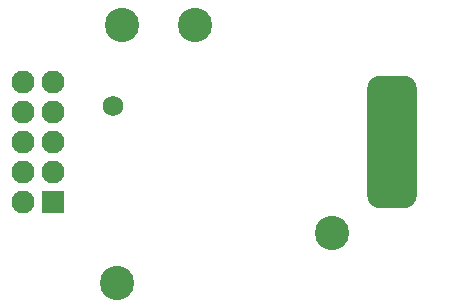
<source format=gbs>
G04 Layer_Color=16711935*
%FSLAX25Y25*%
%MOIN*%
G70*
G01*
G75*
%ADD34C,0.11430*%
G04:AMPARAMS|DCode=35|XSize=441.07mil|YSize=165.48mil|CornerRadius=43.37mil|HoleSize=0mil|Usage=FLASHONLY|Rotation=90.000|XOffset=0mil|YOffset=0mil|HoleType=Round|Shape=RoundedRectangle|*
%AMROUNDEDRECTD35*
21,1,0.44107,0.07874,0,0,90.0*
21,1,0.35433,0.16548,0,0,90.0*
1,1,0.08674,0.03937,0.17717*
1,1,0.08674,0.03937,-0.17717*
1,1,0.08674,-0.03937,-0.17717*
1,1,0.08674,-0.03937,0.17717*
%
%ADD35ROUNDEDRECTD35*%
%ADD36C,0.06800*%
%ADD37R,0.07690X0.07690*%
%ADD38C,0.07690*%
D34*
X200500Y229000D02*
D03*
X246000Y159500D02*
D03*
X176000Y229000D02*
D03*
X174500Y143000D02*
D03*
D35*
X266000Y190000D02*
D03*
D36*
X173000Y202000D02*
D03*
D37*
X153000Y170000D02*
D03*
D38*
Y180000D02*
D03*
Y190000D02*
D03*
Y200000D02*
D03*
Y210000D02*
D03*
X143000Y170000D02*
D03*
Y180000D02*
D03*
Y190000D02*
D03*
Y200000D02*
D03*
Y210000D02*
D03*
M02*

</source>
